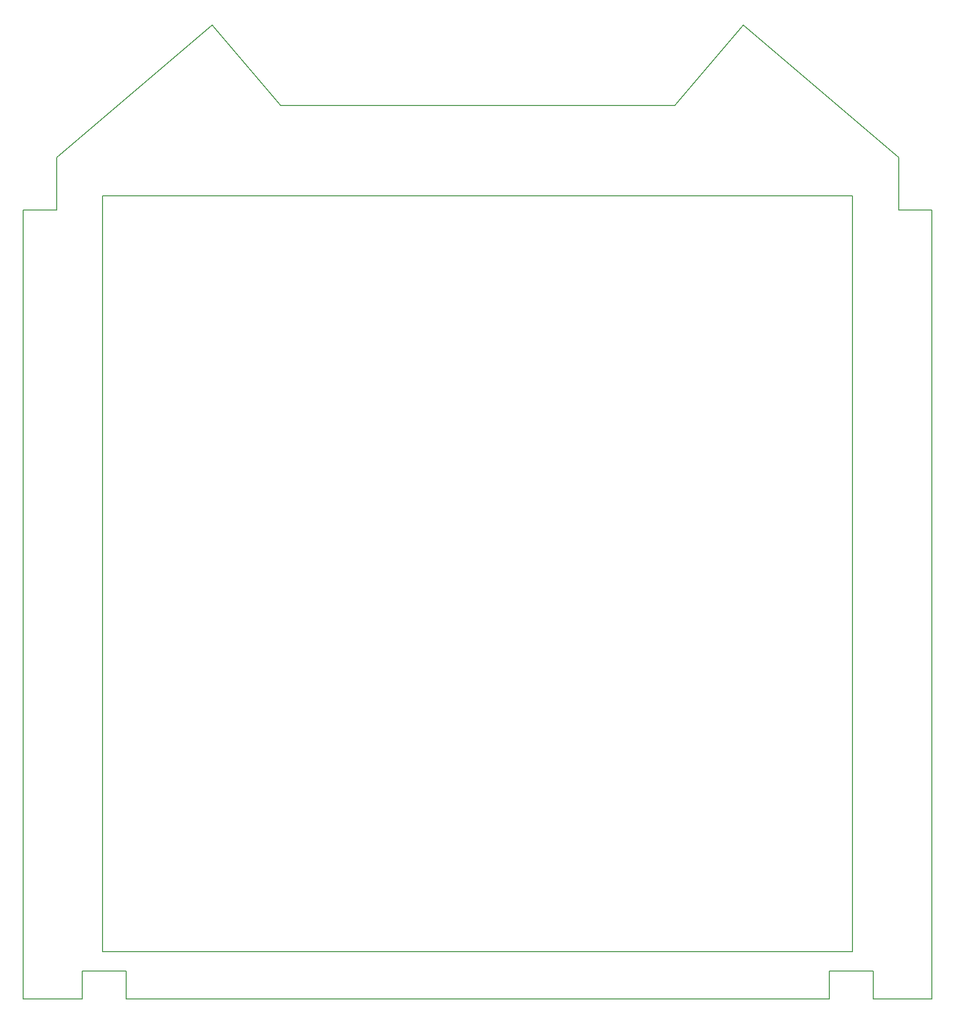
<source format=gbr>
G04 #@! TF.GenerationSoftware,KiCad,Pcbnew,(5.1.4-0-10_14)*
G04 #@! TF.CreationDate,2019-10-29T07:52:00+01:00*
G04 #@! TF.ProjectId,Buttons_AMPCD,42757474-6f6e-4735-9f41-4d5043442e6b,rev?*
G04 #@! TF.SameCoordinates,Original*
G04 #@! TF.FileFunction,Profile,NP*
%FSLAX46Y46*%
G04 Gerber Fmt 4.6, Leading zero omitted, Abs format (unit mm)*
G04 Created by KiCad (PCBNEW (5.1.4-0-10_14)) date 2019-10-29 07:52:00*
%MOMM*%
%LPD*%
G04 APERTURE LIST*
%ADD10C,0.200000*%
G04 APERTURE END LIST*
D10*
X33782000Y-193167000D02*
X33782000Y-188150500D01*
X159766000Y-193167000D02*
X33782000Y-193167000D01*
X29591000Y-49339500D02*
X163957000Y-49339500D01*
X33782000Y-188150500D02*
X25908000Y-188150500D01*
X163957000Y-49339500D02*
X163957000Y-184658000D01*
X163957000Y-184658000D02*
X29591000Y-184658000D01*
X29591000Y-184658000D02*
X29591000Y-49339500D01*
X172212000Y-51879500D02*
X178181000Y-51879500D01*
X49189531Y-18800120D02*
X61455646Y-33210500D01*
X159766000Y-188150500D02*
X159766000Y-193167000D01*
X167640000Y-188150500D02*
X159766000Y-188150500D01*
X172212000Y-42509046D02*
X172212000Y-51879500D01*
X132092354Y-33210500D02*
X144358469Y-18800120D01*
X15367000Y-193167000D02*
X15367000Y-51879500D01*
X61455646Y-33210500D02*
X132092354Y-33210500D01*
X25908000Y-188150500D02*
X25908000Y-193167000D01*
X167640000Y-193167000D02*
X167640000Y-188150500D01*
X15367000Y-51879500D02*
X21336000Y-51879500D01*
X21336000Y-51879500D02*
X21336000Y-42509046D01*
X144358469Y-18800120D02*
X172212000Y-42509046D01*
X21336000Y-42509046D02*
X49189531Y-18800120D01*
X178181000Y-193167000D02*
X167640000Y-193167000D01*
X178181000Y-51879500D02*
X178181000Y-193167000D01*
X25908000Y-193167000D02*
X15367000Y-193167000D01*
M02*

</source>
